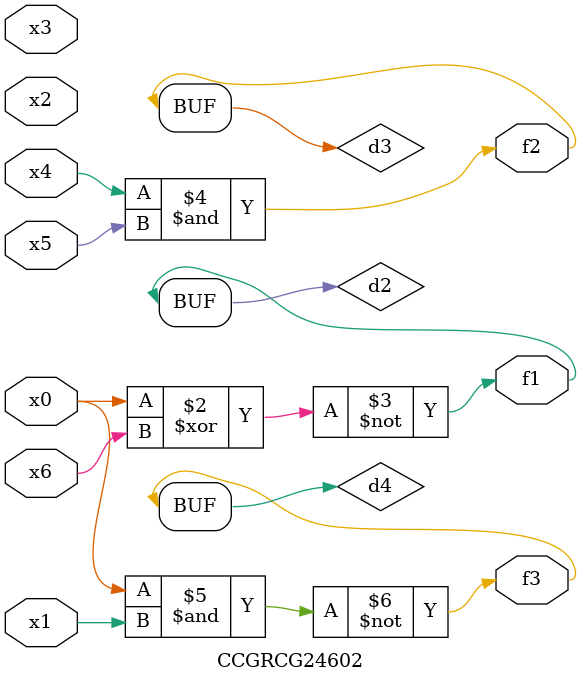
<source format=v>
module CCGRCG24602(
	input x0, x1, x2, x3, x4, x5, x6,
	output f1, f2, f3
);

	wire d1, d2, d3, d4;

	nor (d1, x0);
	xnor (d2, x0, x6);
	and (d3, x4, x5);
	nand (d4, x0, x1);
	assign f1 = d2;
	assign f2 = d3;
	assign f3 = d4;
endmodule

</source>
